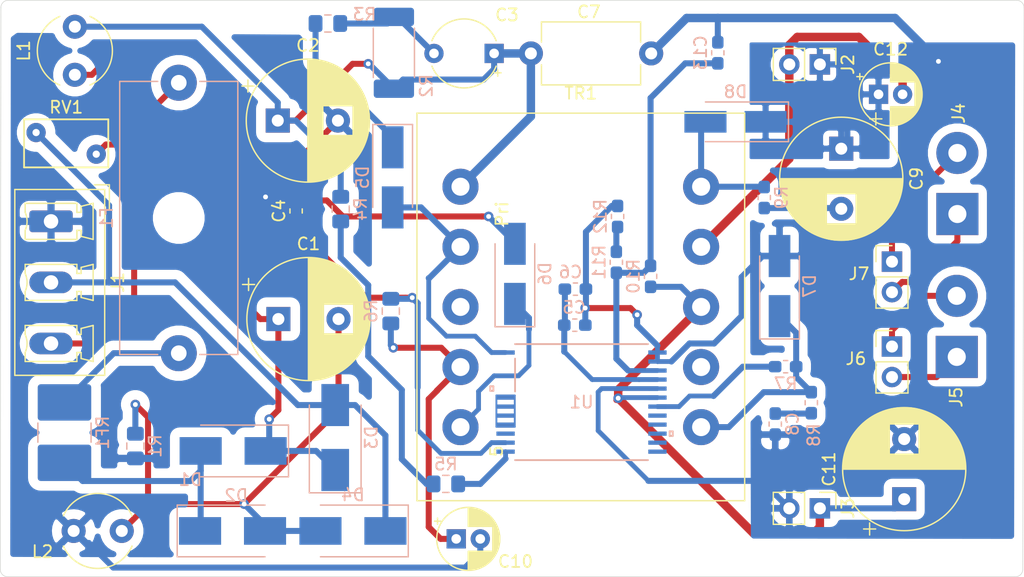
<source format=kicad_pcb>
(kicad_pcb (version 20171130) (host pcbnew 5.1.5-52549c5~84~ubuntu18.04.1)
  (layers (0 F.Cu signal) (31 B.Cu signal) (34 B.Paste user) (35 F.Paste user) (36 B.SilkS user) (37 F.SilkS user) (38 B.Mask user) (39 F.Mask user) (44 Edge.Cuts user))
  (net 0 "")
  (net 1 /GND1)
  (net 2 "Net-(D5-Pad2)")
  (net 3 "Net-(C1-Pad2)")
  (net 4 "Net-(C1-Pad1)")
  (net 5 Earth)
  (net 6 "Net-(C2-Pad1)")
  (net 7 GND)
  (net 8 "Net-(C8-Pad2)")
  (net 9 /36V)
  (net 10 /4V)
  (net 11 "Net-(D1-Pad2)")
  (net 12 "Net-(C3-Pad2)")
  (net 13 "Net-(D5-Pad1)")
  (net 14 "Net-(R4-Pad1)")
  (net 15 "Net-(R5-Pad1)")
  (net 16 "Net-(C4-Pad1)")
  (net 17 "Net-(D7-Pad1)")
  (net 18 "Net-(R7-Pad1)")
  (net 19 "Net-(D8-Pad2)")
  (net 20 "Net-(D6-Pad1)")
  (net 21 "Net-(D3-Pad2)")
  (net 22 "Net-(F1-Pad2)")
  (net 23 "Net-(F1-Pad1)")
  (net 24 "Net-(J4-Pad2)")
  (net 25 "Net-(J4-Pad1)")
  (net 26 "Net-(J5-Pad2)")
  (net 27 "Net-(J5-Pad1)")
  (net 28 "Net-(C9-Pad2)")
  (net 29 "Net-(C10-Pad1)")
  (net 30 "Net-(C13-Pad2)")
  (net 31 "Net-(R11-Pad1)")
  (net 32 "Net-(C5-Pad1)")
  (net 33 /sink)
  (module footprints:INN3162C-H1XX (layer B.Cu) (at 159.9692 104.5972 180)
    (fp_text reference U1 (at 0 0) (layer B.SilkS) (effects (justify mirror)))
    (fp_text value "InnoSwitch3-CE, INN3162C, inSOP-24D" hide)
    (fp_line (start 5.5499 -2.052955) (end 5.5499 0.552831) (layer B.Cu) (width 0.1524))
    (fp_line (start 7.0739 -2.052955) (end 5.5499 -2.052955) (layer B.Cu) (width 0.1524))
    (fp_line (start 7.0739 0.552831) (end 7.0739 -2.052955) (layer B.Cu) (width 0.1524))
    (fp_line (start 5.5499 0.552831) (end 7.0739 0.552831) (layer B.Cu) (width 0.1524))
    (pad 24 smd rect (at 6.3119 4.125001 180) (size 1.524 0.3556) (layers B.Cu B.Paste B.Mask) (net 2 "Net-(D5-Pad2)"))
    (pad 19 smd rect (at 6.3119 0.375001 180) (size 1.524 0.3556) (layers B.Cu B.Paste B.Mask))
    (pad 18 smd rect (at 6.3119 -0.375001 180) (size 1.524 0.3556) (layers B.Cu B.Paste B.Mask))
    (pad 17 smd rect (at 6.3119 -1.125002 180) (size 1.524 0.3556) (layers B.Cu B.Paste B.Mask))
    (pad 16 smd rect (at 6.3119 -1.875 180) (size 1.524 0.3556) (layers B.Cu B.Paste B.Mask))
    (pad 15 smd rect (at 6.3119 -2.625001 180) (size 1.524 0.3556) (layers B.Cu B.Paste B.Mask))
    (pad 14 smd rect (at 6.3119 -3.375 180) (size 1.524 0.3556) (layers B.Cu B.Paste B.Mask) (net 16 "Net-(C4-Pad1)"))
    (pad 13 smd rect (at 6.3119 -4.125001 180) (size 1.524 0.3556) (layers B.Cu B.Paste B.Mask) (net 15 "Net-(R5-Pad1)"))
    (pad 12 smd rect (at -6.3119 -4.125001 180) (size 1.524 0.3556) (layers B.Cu B.Paste B.Mask))
    (pad 11 smd rect (at -6.3119 -3.375 180) (size 1.524 0.3556) (layers B.Cu B.Paste B.Mask))
    (pad 10 smd rect (at -6.3119 -2.624999 180) (size 1.524 0.3556) (layers B.Cu B.Paste B.Mask))
    (pad 9 smd rect (at -6.3119 -1.875 180) (size 1.524 0.3556) (layers B.Cu B.Paste B.Mask))
    (pad 8 smd rect (at -6.3119 -1.124999 180) (size 1.524 0.3556) (layers B.Cu B.Paste B.Mask))
    (pad 7 smd rect (at -6.3119 -0.375001 180) (size 1.524 0.3556) (layers B.Cu B.Paste B.Mask) (net 18 "Net-(R7-Pad1)"))
    (pad 6 smd rect (at -6.3119 0.375001 180) (size 1.524 0.3556) (layers B.Cu B.Paste B.Mask) (net 10 /4V))
    (pad 5 smd rect (at -6.3119 1.125002 180) (size 1.524 0.3556) (layers B.Cu B.Paste B.Mask) (net 7 GND))
    (pad 4 smd rect (at -6.3119 1.875 180) (size 1.524 0.3556) (layers B.Cu B.Paste B.Mask) (net 32 "Net-(C5-Pad1)"))
    (pad 3 smd rect (at -6.3119 2.625001 180) (size 1.524 0.3556) (layers B.Cu B.Paste B.Mask) (net 30 "Net-(C13-Pad2)"))
    (pad 2 smd rect (at -6.3119 3.375 180) (size 1.524 0.3556) (layers B.Cu B.Paste B.Mask) (net 7 GND))
    (pad 1 smd rect (at -6.3119 4.125001 180) (size 1.524 0.3556) (layers B.Cu B.Paste B.Mask) (net 7 GND))
  )
  (module Diode_SMD:D_SMA_Handsoldering (layer B.Cu) (at 176.4284 94.9452 90)
    (fp_text reference D7 (at 0 2.5 90) (layer B.SilkS) (effects (justify mirror)))
    (fp_text value "40 V, 2 A, Schottky, DO-15" hide)
    (pad 2 smd rect (at 2.5 0 90) (size 3.5 1.8) (layers B.Cu B.Paste B.Mask) (net 7 GND))
    (pad 1 smd rect (at -2.5 0 90) (size 3.5 1.8) (layers B.Cu B.Paste B.Mask) (net 17 "Net-(D7-Pad1)"))
  )
  (module Connector_PinHeader_2.54mm:PinHeader_1x02_P2.54mm_Vertical (layer F.Cu) (at 185.7756 92.9132)
    (fp_text reference J7 (at -2.7432 1.016) (layer F.SilkS))
    (fp_text value Conn_01x02 hide)
    (pad 2 thru_hole oval (at 0 2.54) (size 1.7 1.7) (drill 1) (layers *.Cu *.Mask) (net 25 "Net-(J4-Pad1)"))
    (pad 1 thru_hole rect (at 0 0) (size 1.7 1.7) (drill 1) (layers *.Cu *.Mask) (net 24 "Net-(J4-Pad2)"))
  )
  (module Connector_PinHeader_2.54mm:PinHeader_1x02_P2.54mm_Vertical (layer F.Cu) (at 185.7756 99.9744)
    (fp_text reference J6 (at -2.9972 1.016) (layer F.SilkS))
    (fp_text value Conn_01x02 hide)
    (pad 2 thru_hole oval (at 0 2.54) (size 1.7 1.7) (drill 1) (layers *.Cu *.Mask) (net 27 "Net-(J5-Pad1)"))
    (pad 1 thru_hole rect (at 0 0) (size 1.7 1.7) (drill 1) (layers *.Cu *.Mask) (net 26 "Net-(J5-Pad2)"))
  )
  (module Resistor_SMD:R_2512_6332Metric_Pad1.52x3.35mm_HandSolder (layer B.Cu) (at 144.3736 75.5396 90)
    (fp_text reference R2 (at -2.7432 2.6924 90) (layer B.SilkS) (effects (justify mirror)))
    (fp_text value "240 kΩ, 5 %, 0.25 W, Carbon Film" hide)
    (pad 2 smd roundrect (at 2.9875 0 90) (size 1.525 3.35) (layers B.Cu B.Paste B.Mask) (roundrect_rratio 0.163934) (net 12 "Net-(C3-Pad2)"))
    (pad 1 smd roundrect (at -2.9875 0 90) (size 1.525 3.35) (layers B.Cu B.Paste B.Mask) (roundrect_rratio 0.163934) (net 6 "Net-(C2-Pad1)"))
  )
  (module Fuse:Fuseholder_Cylinder-5x20mm_Schurter_0031_8201_Horizontal_Open (layer B.Cu) (at 126.492 78.0288 270)
    (fp_text reference F1 (at 11.25 6 90) (layer B.SilkS) (effects (justify mirror)))
    (fp_text value Fuse_Small hide)
    (pad "" np_thru_hole circle (at 11.25 0 270) (size 2.7 2.7) (drill 2.7) (layers *.Cu *.Mask))
    (pad 2 thru_hole circle (at 22.5 0 270) (size 3 3) (drill 1.3) (layers *.Cu *.Mask) (net 22 "Net-(F1-Pad2)"))
    (pad 1 thru_hole circle (at 0 0 270) (size 3 3) (drill 1.3) (layers *.Cu *.Mask) (net 23 "Net-(F1-Pad1)"))
  )
  (module Varistor:RV_Disc_D7mm_W4mm_P5mm (layer F.Cu) (at 119.634 83.9724 180)
    (fp_text reference RV1 (at 2.5 3.9) (layer F.SilkS))
    (fp_text value Varistor hide)
    (pad 2 thru_hole circle (at 5 1.8 180) (size 1.6 1.6) (drill 0.6) (layers *.Cu *.Mask) (net 21 "Net-(D3-Pad2)"))
    (pad 1 thru_hole circle (at 0 0 180) (size 1.6 1.6) (drill 0.6) (layers *.Cu *.Mask) (net 23 "Net-(F1-Pad1)"))
  )
  (module Diode_SMD:D_SMA_Handsoldering (layer B.Cu) (at 172.7708 81.28 180)
    (fp_text reference D8 (at 0 2.5) (layer B.SilkS) (effects (justify mirror)))
    (fp_text value "400 V, 1 A, Ultrafast Recovery, 30 ns, SOD57" hide)
    (pad 2 smd rect (at 2.5 0 180) (size 3.5 1.8) (layers B.Cu B.Paste B.Mask) (net 19 "Net-(D8-Pad2)"))
    (pad 1 smd rect (at -2.5 0 180) (size 3.5 1.8) (layers B.Cu B.Paste B.Mask) (net 9 /36V))
  )
  (module Diode_SMD:D_SMA_Handsoldering (layer B.Cu) (at 154.432 93.9292 90)
    (fp_text reference D6 (at 0 2.5 90) (layer B.SilkS) (effects (justify mirror)))
    (fp_text value "150 V, 0.2 A, Standard Recovery, DO-35" hide)
    (pad 2 smd rect (at 2.5 0 90) (size 3.5 1.8) (layers B.Cu B.Paste B.Mask) (net 5 Earth))
    (pad 1 smd rect (at -2.5 0 90) (size 3.5 1.8) (layers B.Cu B.Paste B.Mask) (net 20 "Net-(D6-Pad1)"))
  )
  (module Diode_SMD:D_SMA_Handsoldering (layer B.Cu) (at 144.272 85.9028 270)
    (fp_text reference D5 (at 0 2.5 90) (layer B.SilkS) (effects (justify mirror)))
    (fp_text value D)
    (pad 2 smd rect (at 2.5 0 270) (size 3.5 1.8) (layers B.Cu B.Paste B.Mask) (net 2 "Net-(D5-Pad2)"))
    (pad 1 smd rect (at -2.5 0 270) (size 3.5 1.8) (layers B.Cu B.Paste B.Mask) (net 13 "Net-(D5-Pad1)"))
  )
  (module Diode_SMD:D_SMB_Handsoldering (layer B.Cu) (at 140.97 115.316 180)
    (fp_text reference D4 (at 0 3) (layer B.SilkS) (effects (justify mirror)))
    (fp_text value D_Small hide)
    (pad 2 smd rect (at 2.7 0 180) (size 3.5 2.3) (layers B.Cu B.Paste B.Mask) (net 3 "Net-(C1-Pad2)"))
    (pad 1 smd rect (at -2.7 0 180) (size 3.5 2.3) (layers B.Cu B.Paste B.Mask) (net 21 "Net-(D3-Pad2)"))
  )
  (module Diode_SMD:D_SMB_Handsoldering (layer B.Cu) (at 139.4968 107.5436 90)
    (fp_text reference D3 (at 0 3 270) (layer B.SilkS) (effects (justify mirror)))
    (fp_text value D_Small hide)
    (pad 2 smd rect (at 2.7 0 90) (size 3.5 2.3) (layers B.Cu B.Paste B.Mask) (net 21 "Net-(D3-Pad2)"))
    (pad 1 smd rect (at -2.7 0 90) (size 3.5 2.3) (layers B.Cu B.Paste B.Mask) (net 4 "Net-(C1-Pad1)"))
  )
  (module Diode_SMD:D_SMB_Handsoldering (layer B.Cu) (at 130.9624 115.316)
    (fp_text reference D2 (at 0.3048 -2.9464) (layer B.SilkS) (effects (justify mirror)))
    (fp_text value D_Small hide)
    (pad 2 smd rect (at 2.7 0) (size 3.5 2.3) (layers B.Cu B.Paste B.Mask) (net 3 "Net-(C1-Pad2)"))
    (pad 1 smd rect (at -2.7 0) (size 3.5 2.3) (layers B.Cu B.Paste B.Mask) (net 11 "Net-(D1-Pad2)"))
  )
  (module Diode_SMD:D_SMB_Handsoldering (layer B.Cu) (at 131.0132 108.6612 180)
    (fp_text reference D1 (at 3.556 -2.3876) (layer B.SilkS) (effects (justify mirror)))
    (fp_text value D_Small hide)
    (pad 2 smd rect (at 2.7 0 180) (size 3.5 2.3) (layers B.Cu B.Paste B.Mask) (net 11 "Net-(D1-Pad2)"))
    (pad 1 smd rect (at -2.7 0 180) (size 3.5 2.3) (layers B.Cu B.Paste B.Mask) (net 4 "Net-(C1-Pad1)"))
  )
  (module Capacitor_SMD:C_0603_1608Metric_Pad1.05x0.95mm_HandSolder (layer B.Cu) (at 171.2976 75.5396 270)
    (fp_text reference C13 (at 0 1.43 270) (layer B.SilkS) (effects (justify mirror)))
    (fp_text value "330pF 50V Ceramic" hide)
    (pad 2 smd roundrect (at 0.875 0 270) (size 1.05 0.95) (layers B.Cu B.Paste B.Mask) (net 30 "Net-(C13-Pad2)"))
    (pad 1 smd roundrect (at -0.875 0 270) (size 1.05 0.95) (layers B.Cu B.Paste B.Mask) (net 7 GND))
  )
  (module Capacitor_SMD:C_0603_1608Metric_Pad1.05x0.95mm_HandSolder (layer B.Cu) (at 176.0728 106.426 90)
    (fp_text reference C8 (at 0 1.43 270) (layer B.SilkS) (effects (justify mirror)))
    (fp_text value "470pF 100V" hide)
    (pad 2 smd roundrect (at 0.875 0 90) (size 1.05 0.95) (layers B.Cu B.Paste B.Mask) (net 8 "Net-(C8-Pad2)"))
    (pad 1 smd roundrect (at -0.875 0 90) (size 1.05 0.95) (layers B.Cu B.Paste B.Mask) (net 7 GND))
  )
  (module Capacitor_THT:CP_Radial_D5.0mm_P2.00mm (layer F.Cu) (at 149.5552 115.9764)
    (fp_text reference C10 (at 4.9276 1.8796) (layer F.SilkS))
    (fp_text value "22u 35V Electrolytic" hide)
    (pad 2 thru_hole circle (at 2 0) (size 1.6 1.6) (drill 0.8) (layers *.Cu *.Mask) (net 5 Earth))
    (pad 1 thru_hole rect (at 0 0) (size 1.6 1.6) (drill 0.8) (layers *.Cu *.Mask) (net 29 "Net-(C10-Pad1)"))
  )
  (module Capacitor_SMD:C_0603_1608Metric_Pad1.05x0.95mm_HandSolder (layer B.Cu) (at 159.4612 95.1992 180)
    (fp_text reference C6 (at 0.4064 1.4224) (layer B.SilkS) (effects (justify mirror)))
    (fp_text value "2.2u 50V" hide)
    (pad 2 smd roundrect (at 0.875 0 180) (size 1.05 0.95) (layers B.Cu B.Paste B.Mask) (net 32 "Net-(C5-Pad1)"))
    (pad 1 smd roundrect (at -0.875 0 180) (size 1.05 0.95) (layers B.Cu B.Paste B.Mask) (net 7 GND))
  )
  (module Resistor_SMD:R_0603_1608Metric_Pad1.05x0.95mm_HandSolder (layer B.Cu) (at 162.9664 89.154 270)
    (fp_text reference R12 (at 0 1.43 90) (layer B.SilkS) (effects (justify mirror)))
    (fp_text value "29.4 kΩ, 1 %, 0.125 W, Metal Film" hide)
    (pad 2 smd roundrect (at 0.875 0 270) (size 1.05 0.95) (layers B.Cu B.Paste B.Mask) (net 31 "Net-(R11-Pad1)"))
    (pad 1 smd roundrect (at -0.875 0 270) (size 1.05 0.95) (layers B.Cu B.Paste B.Mask) (net 7 GND))
  )
  (module Capacitor_THT:CP_Radial_D10.0mm_P5.00mm (layer F.Cu) (at 134.7216 81.1784)
    (fp_text reference C2 (at 2.5 -6.25) (layer F.SilkS))
    (fp_text value "10u 400V" hide)
    (pad 2 thru_hole circle (at 5 0) (size 2 2) (drill 1) (layers *.Cu *.Mask) (net 5 Earth))
    (pad 1 thru_hole rect (at 0 0) (size 2 2) (drill 1) (layers *.Cu *.Mask) (net 6 "Net-(C2-Pad1)"))
  )
  (module Capacitor_THT:CP_Radial_D10.0mm_P5.00mm (layer F.Cu) (at 134.7724 97.6884)
    (fp_text reference C1 (at 2.5 -6.25) (layer F.SilkS))
    (fp_text value "6.8u 400V" hide)
    (pad 2 thru_hole circle (at 5 0) (size 2 2) (drill 1) (layers *.Cu *.Mask) (net 3 "Net-(C1-Pad2)"))
    (pad 1 thru_hole rect (at 0 0) (size 2 2) (drill 1) (layers *.Cu *.Mask) (net 4 "Net-(C1-Pad1)"))
  )
  (module Capacitor_THT:C_Disc_D8.0mm_W5.0mm_P10.00mm (layer F.Cu) (at 165.7604 75.5904 180)
    (fp_text reference C7 (at 5.1816 3.4544) (layer F.SilkS))
    (fp_text value "0.1n 250VAC" hide)
    (pad 2 thru_hole circle (at 10 0 180) (size 2 2) (drill 1) (layers *.Cu *.Mask) (net 6 "Net-(C2-Pad1)"))
    (pad 1 thru_hole circle (at 0 0 180) (size 2 2) (drill 1) (layers *.Cu *.Mask) (net 7 GND))
  )
  (module Resistor_SMD:R_0805_2012Metric_Pad1.15x1.40mm_HandSolder (layer B.Cu) (at 122.8852 108.2548 90)
    (fp_text reference R1 (at 0 1.65 90) (layer B.SilkS) (effects (justify mirror)))
    (fp_text value "4.7 kΩ, 5 %, 0.25 W, Carbon Film" hide)
    (pad 2 smd roundrect (at 1.025 0 90) (size 1.15 1.4) (layers B.Cu B.Paste B.Mask) (roundrect_rratio 0.217391) (net 3 "Net-(C1-Pad2)"))
    (pad 1 smd roundrect (at -1.025 0 90) (size 1.15 1.4) (layers B.Cu B.Paste B.Mask) (roundrect_rratio 0.217391) (net 5 Earth))
  )
  (module Resistor_SMD:R_2816_7142Metric (layer B.Cu) (at 116.9924 107.1372 90)
    (fp_text reference RF1 (at 0 3.18 90) (layer B.SilkS) (effects (justify mirror)))
    (fp_text value "10 Ω, 2 W, Flameproof Wire-Wound Resistor" hide)
    (pad 2 smd roundrect (at 2.5125 0 90) (size 3.025 4.45) (layers B.Cu B.Paste B.Mask) (roundrect_rratio 0.082645) (net 22 "Net-(F1-Pad2)"))
    (pad 1 smd roundrect (at -2.5125 0 90) (size 3.025 4.45) (layers B.Cu B.Paste B.Mask) (roundrect_rratio 0.082645) (net 11 "Net-(D1-Pad2)"))
  )
  (module Resistor_SMD:R_0805_2012Metric_Pad1.15x1.40mm_HandSolder (layer B.Cu) (at 148.6916 111.4044 180)
    (fp_text reference R5 (at 0 1.65) (layer B.SilkS) (effects (justify mirror)))
    (fp_text value "1.78 MΩ, 1 %, 0.25 W, Metal Film" hide)
    (pad 2 smd roundrect (at 1.025 0 180) (size 1.15 1.4) (layers B.Cu B.Paste B.Mask) (roundrect_rratio 0.217391) (net 14 "Net-(R4-Pad1)"))
    (pad 1 smd roundrect (at -1.025 0 180) (size 1.15 1.4) (layers B.Cu B.Paste B.Mask) (roundrect_rratio 0.217391) (net 15 "Net-(R5-Pad1)"))
  )
  (module Resistor_SMD:R_0805_2012Metric_Pad1.15x1.40mm_HandSolder (layer B.Cu) (at 144.1196 97.028 270)
    (fp_text reference R6 (at 0 1.65 90) (layer B.SilkS) (effects (justify mirror)))
    (fp_text value "14 kΩ, 1 %, 0.125 W, Metal Film" hide)
    (pad 2 smd roundrect (at 1.025 0 270) (size 1.15 1.4) (layers B.Cu B.Paste B.Mask) (roundrect_rratio 0.217391) (net 29 "Net-(C10-Pad1)"))
    (pad 1 smd roundrect (at -1.025 0 270) (size 1.15 1.4) (layers B.Cu B.Paste B.Mask) (roundrect_rratio 0.217391) (net 16 "Net-(C4-Pad1)"))
  )
  (module Resistor_SMD:R_0805_2012Metric_Pad1.15x1.40mm_HandSolder (layer B.Cu) (at 139.954 88.5444 90)
    (fp_text reference R4 (at 0 1.65 90) (layer B.SilkS) (effects (justify mirror)))
    (fp_text value "1.78 MΩ, 1 %, 0.25 W, Metal Film" hide)
    (pad 2 smd roundrect (at 1.025 0 90) (size 1.15 1.4) (layers B.Cu B.Paste B.Mask) (roundrect_rratio 0.217391) (net 6 "Net-(C2-Pad1)"))
    (pad 1 smd roundrect (at -1.025 0 90) (size 1.15 1.4) (layers B.Cu B.Paste B.Mask) (roundrect_rratio 0.217391) (net 14 "Net-(R4-Pad1)"))
  )
  (module Resistor_SMD:R_0805_2012Metric_Pad1.15x1.40mm_HandSolder (layer B.Cu) (at 138.8872 73.1012 180)
    (fp_text reference R3 (at -3.048 0.762) (layer B.SilkS) (effects (justify mirror)))
    (fp_text value "43 Ω, 5 %, 0.125 W, Carbon Film" hide)
    (pad 2 smd roundrect (at 1.025 0 180) (size 1.15 1.4) (layers B.Cu B.Paste B.Mask) (roundrect_rratio 0.217391) (net 13 "Net-(D5-Pad1)"))
    (pad 1 smd roundrect (at -1.025 0 180) (size 1.15 1.4) (layers B.Cu B.Paste B.Mask) (roundrect_rratio 0.217391) (net 12 "Net-(C3-Pad2)"))
  )
  (module Connector_Phoenix_MC_HighVoltage:PhoenixContact_MCV_1,5_3-G-5.08_1x03_P5.08mm_Vertical (layer F.Cu) (at 115.8748 89.5604 270)
    (fp_text reference J1 (at 5.08 -5.55 90) (layer F.SilkS))
    (fp_text value Conn_01x03 hide)
    (pad 3 thru_hole oval (at 10.16 0 270) (size 1.8 3.6) (drill 1.2) (layers *.Cu *.Mask) (net 23 "Net-(F1-Pad1)"))
    (pad 2 thru_hole oval (at 5.08 0 270) (size 1.8 3.6) (drill 1.2) (layers *.Cu *.Mask) (net 21 "Net-(D3-Pad2)"))
    (pad 1 thru_hole roundrect (at 0 0 270) (size 1.8 3.6) (drill 1.2) (layers *.Cu *.Mask) (roundrect_rratio 0.138889) (net 5 Earth))
  )
  (module Connector_Wire:SolderWirePad_1x02_P5.08mm_Drill1.5mm (layer F.Cu) (at 191.1604 100.838 90)
    (fp_text reference J5 (at -3.3528 -0.0508 90) (layer F.SilkS))
    (fp_text value Conn_01x02 hide)
    (pad 2 thru_hole circle (at 5.08 0 90) (size 3.50012 3.50012) (drill 1.50114) (layers *.Cu *.Mask) (net 26 "Net-(J5-Pad2)"))
    (pad 1 thru_hole rect (at 0 0 90) (size 3.50012 3.50012) (drill 1.50114) (layers *.Cu *.Mask) (net 27 "Net-(J5-Pad1)"))
  )
  (module Connector_Wire:SolderWirePad_1x02_P5.08mm_Drill1.5mm (layer F.Cu) (at 191.2112 88.9508 90)
    (fp_text reference J4 (at 8.382 0.1016 90) (layer F.SilkS))
    (fp_text value Conn_01x02 hide)
    (pad 2 thru_hole circle (at 5.08 0 90) (size 3.50012 3.50012) (drill 1.50114) (layers *.Cu *.Mask) (net 24 "Net-(J4-Pad2)"))
    (pad 1 thru_hole rect (at 0 0 90) (size 3.50012 3.50012) (drill 1.50114) (layers *.Cu *.Mask) (net 25 "Net-(J4-Pad1)"))
  )
  (module Capacitor_THT:CP_Radial_D5.0mm_P2.00mm (layer F.Cu) (at 184.658 78.994)
    (fp_text reference C12 (at 1 -3.75) (layer F.SilkS))
    (fp_text value "22u 50V Electrolytic" hide)
    (pad 2 thru_hole circle (at 2 0) (size 1.6 1.6) (drill 0.8) (layers *.Cu *.Mask) (net 1 /GND1))
    (pad 1 thru_hole rect (at 0 0) (size 1.6 1.6) (drill 0.8) (layers *.Cu *.Mask) (net 9 /36V))
  )
  (module Capacitor_THT:CP_Radial_Tantal_D5.5mm_P5.00mm (layer F.Cu) (at 152.7048 75.5904 180)
    (fp_text reference C3 (at -1.0668 3.2004) (layer F.SilkS))
    (fp_text value "0.47n 630V" hide)
    (pad 2 thru_hole circle (at 5 0 180) (size 1.6 1.6) (drill 0.8) (layers *.Cu *.Mask) (net 12 "Net-(C3-Pad2)"))
    (pad 1 thru_hole rect (at 0 0 180) (size 1.6 1.6) (drill 0.8) (layers *.Cu *.Mask) (net 6 "Net-(C2-Pad1)"))
  )
  (module Inductor_THT:L_Radial_D6.0mm_P4.00mm (layer F.Cu) (at 117.7544 115.316)
    (fp_text reference L2 (at -2.5908 1.7272) (layer F.SilkS))
    (fp_text value L hide)
    (pad 2 thru_hole circle (at 4 0) (size 2 2) (drill 1) (layers *.Cu *.Mask) (net 3 "Net-(C1-Pad2)"))
    (pad 1 thru_hole circle (at 0 0) (size 2 2) (drill 1) (layers *.Cu *.Mask) (net 5 Earth))
  )
  (module Inductor_THT:L_Radial_D6.0mm_P4.00mm (layer F.Cu) (at 117.856 77.3684 90)
    (fp_text reference L1 (at 2 -4.25 90) (layer F.SilkS))
    (fp_text value L)
    (pad 2 thru_hole circle (at 4 0 90) (size 2 2) (drill 1) (layers *.Cu *.Mask) (net 6 "Net-(C2-Pad1)"))
    (pad 1 thru_hole circle (at 0 0 90) (size 2 2) (drill 1) (layers *.Cu *.Mask) (net 4 "Net-(C1-Pad1)"))
  )
  (module Capacitor_SMD:C_0603_1608Metric_Pad1.05x0.95mm_HandSolder (layer B.Cu) (at 159.4104 98.1964)
    (fp_text reference C5 (at -0.0508 -1.4732) (layer B.SilkS) (effects (justify mirror)))
    (fp_text value "2.2u 50V" hide)
    (pad 2 smd roundrect (at 0.875 0) (size 1.05 0.95) (layers B.Cu B.Paste B.Mask) (net 7 GND))
    (pad 1 smd roundrect (at -0.875 0) (size 1.05 0.95) (layers B.Cu B.Paste B.Mask) (net 32 "Net-(C5-Pad1)"))
  )
  (module Capacitor_SMD:C_0603_1608Metric_Pad1.05x0.95mm_HandSolder (layer F.Cu) (at 136.2456 88.6968 90)
    (fp_text reference C4 (at 0 -1.43 90) (layer F.SilkS))
    (fp_text value "0.47u 16V" hide)
    (pad 2 smd roundrect (at 0.875 0 90) (size 1.05 0.95) (layers F.Cu F.Paste F.Mask) (net 5 Earth))
    (pad 1 smd roundrect (at -0.875 0 90) (size 1.05 0.95) (layers F.Cu F.Paste F.Mask) (net 16 "Net-(C4-Pad1)"))
  )
  (module pwrcon:xformer_2xPri_2xSec (layer F.Cu) (at 149.9108 106.68)
    (fp_text reference TR1 (at 10 -27.78) (layer F.SilkS))
    (fp_text value TRANSF6 hide)
    (fp_text user Pri (at 3.4544 -17.7292 90) (layer F.SilkS))
    (fp_text user 5 (at 3 2 90) (layer F.SilkS))
    (pad 5 thru_hole circle (at 0 0) (size 3 3) (drill 1.5) (layers *.Cu *.Mask) (net 20 "Net-(D6-Pad1)"))
    (pad 4 thru_hole circle (at 0 -5) (size 3 3) (drill 1.5) (layers *.Cu *.Mask) (net 29 "Net-(C10-Pad1)"))
    (pad 3 thru_hole circle (at 0 -10) (size 3 3) (drill 1.5) (layers *.Cu *.Mask))
    (pad 2 thru_hole circle (at 0 -15) (size 3 3) (drill 1.5) (layers *.Cu *.Mask) (net 2 "Net-(D5-Pad2)"))
    (pad 1 thru_hole circle (at 0 -20) (size 3 3) (drill 1.5) (layers *.Cu *.Mask) (net 6 "Net-(C2-Pad1)"))
    (pad 10 thru_hole circle (at 20 -20) (size 3 3) (drill 1.5) (layers *.Cu *.Mask) (net 19 "Net-(D8-Pad2)"))
    (pad 9 thru_hole circle (at 20 -15) (size 3 3) (drill 1.5) (layers *.Cu *.Mask) (net 1 /GND1))
    (pad 8 thru_hole circle (at 20 -10) (size 3 3) (drill 1.5) (layers *.Cu *.Mask) (net 10 /4V))
    (pad 7 thru_hole circle (at 20 -5) (size 3 3) (drill 1.5) (layers *.Cu *.Mask))
    (pad 6 thru_hole circle (at 20 0) (size 3 3) (drill 1.5) (layers *.Cu *.Mask) (net 17 "Net-(D7-Pad1)"))
  )
  (module Resistor_SMD:R_0603_1608Metric_Pad1.05x0.95mm_HandSolder (layer B.Cu) (at 162.8648 92.964 270)
    (fp_text reference R11 (at 0 1.43 270) (layer B.SilkS) (effects (justify mirror)))
    (fp_text value "29.4 kΩ, 1 %, 0.125 W, Metal Film" hide)
    (pad 2 smd roundrect (at 0.875 0 270) (size 1.05 0.95) (layers B.Cu B.Paste B.Mask) (net 30 "Net-(C13-Pad2)"))
    (pad 1 smd roundrect (at -0.875 0 270) (size 1.05 0.95) (layers B.Cu B.Paste B.Mask) (net 31 "Net-(R11-Pad1)"))
  )
  (module Resistor_SMD:R_0603_1608Metric_Pad1.05x0.95mm_HandSolder (layer B.Cu) (at 165.7096 94.1324 270)
    (fp_text reference R10 (at 0 1.43 270) (layer B.SilkS) (effects (justify mirror)))
    (fp_text value "80.6 kΩ, 1 %, 0.125 W, Metal Film" hide)
    (pad 2 smd roundrect (at 0.875 0 270) (size 1.05 0.95) (layers B.Cu B.Paste B.Mask) (net 10 /4V))
    (pad 1 smd roundrect (at -0.875 0 270) (size 1.05 0.95) (layers B.Cu B.Paste B.Mask) (net 30 "Net-(C13-Pad2)"))
  )
  (module Resistor_SMD:R_0603_1608Metric_Pad1.05x0.95mm_HandSolder (layer B.Cu) (at 175.1584 87.5792 90)
    (fp_text reference R9 (at 0 1.43 270) (layer B.SilkS) (effects (justify mirror)))
    (fp_text value "560 Ω, 5 %, 0.25 W, Carbon Film" hide)
    (pad 2 smd roundrect (at 0.875 0 90) (size 1.05 0.95) (layers B.Cu B.Paste B.Mask) (net 19 "Net-(D8-Pad2)"))
    (pad 1 smd roundrect (at -0.875 0 90) (size 1.05 0.95) (layers B.Cu B.Paste B.Mask) (net 28 "Net-(C9-Pad2)"))
  )
  (module Resistor_SMD:R_0603_1608Metric_Pad1.05x0.95mm_HandSolder (layer B.Cu) (at 179.07 104.648 90)
    (fp_text reference R8 (at -2.6924 0.2032 90) (layer B.SilkS) (effects (justify mirror)))
    (fp_text value "22 Ω, 5 %, 0.25 W, Carbon Film" hide)
    (pad 2 smd roundrect (at 0.875 0 90) (size 1.05 0.95) (layers B.Cu B.Paste B.Mask) (net 17 "Net-(D7-Pad1)"))
    (pad 1 smd roundrect (at -0.875 0 90) (size 1.05 0.95) (layers B.Cu B.Paste B.Mask) (net 8 "Net-(C8-Pad2)"))
  )
  (module Resistor_SMD:R_0603_1608Metric_Pad1.05x0.95mm_HandSolder (layer B.Cu) (at 176.9364 101.6508)
    (fp_text reference R7 (at 0 1.43) (layer B.SilkS) (effects (justify mirror)))
    (fp_text value "47 Ω, 5 %, 0.125 W, Carbon Film" hide)
    (pad 2 smd roundrect (at 0.875 0) (size 1.05 0.95) (layers B.Cu B.Paste B.Mask) (net 17 "Net-(D7-Pad1)"))
    (pad 1 smd roundrect (at -0.875 0) (size 1.05 0.95) (layers B.Cu B.Paste B.Mask) (net 18 "Net-(R7-Pad1)"))
  )
  (module Capacitor_THT:CP_Radial_D10.0mm_P5.00mm (layer F.Cu) (at 186.7916 112.6744 90)
    (fp_text reference C11 (at 2.5 -6.25 90) (layer F.SilkS))
    (fp_text value "150u 20V" hide)
    (pad 2 thru_hole circle (at 5 0 90) (size 2 2) (drill 1) (layers *.Cu *.Mask) (net 7 GND))
    (pad 1 thru_hole rect (at 0 0 90) (size 2 2) (drill 1) (layers *.Cu *.Mask) (net 10 /4V))
  )
  (module Capacitor_THT:CP_Radial_D10.0mm_P5.00mm (layer F.Cu) (at 181.5592 83.5152 270)
    (fp_text reference C9 (at 2.5 -6.25 90) (layer F.SilkS))
    (fp_text value "18pF 1KV Ceramic" hide)
    (pad 2 thru_hole circle (at 5 0 270) (size 2 2) (drill 1) (layers *.Cu *.Mask) (net 28 "Net-(C9-Pad2)"))
    (pad 1 thru_hole rect (at 0 0 270) (size 2 2) (drill 1) (layers *.Cu *.Mask) (net 9 /36V))
  )
  (module Connector_PinHeader_2.54mm:PinHeader_1x02_P2.54mm_Vertical (layer F.Cu) (at 179.7812 113.4364 270)
    (fp_text reference J3 (at 0 -2.33 90) (layer F.SilkS))
    (fp_text value Conn_01x02 hide)
    (pad 2 thru_hole oval (at 0 2.54 270) (size 1.7 1.7) (drill 1) (layers *.Cu *.Mask) (net 7 GND))
    (pad 1 thru_hole rect (at 0 0 270) (size 1.7 1.7) (drill 1) (layers *.Cu *.Mask) (net 10 /4V))
  )
  (module Connector_PinHeader_2.54mm:PinHeader_1x02_P2.54mm_Vertical (layer F.Cu) (at 179.7812 76.5048 270)
    (fp_text reference J2 (at 0 -2.33 90) (layer F.SilkS))
    (fp_text value Conn_01x02 hide)
    (pad 2 thru_hole oval (at 0 2.54 270) (size 1.7 1.7) (drill 1) (layers *.Cu *.Mask) (net 1 /GND1))
    (pad 1 thru_hole rect (at 0 0 270) (size 1.7 1.7) (drill 1) (layers *.Cu *.Mask) (net 9 /36V))
  )
  (gr_arc (start 112.268 118.5164) (end 111.6584 118.5164) (angle -90) (layer Edge.Cuts) (width 0.05))
  (gr_arc (start 196.0372 118.5164) (end 196.0372 119.126) (angle -90) (layer Edge.Cuts) (width 0.05))
  (gr_arc (start 196.1388 71.7804) (end 196.7484 71.7804) (angle -90) (layer Edge.Cuts) (width 0.05))
  (gr_arc (start 112.3188 71.7804) (end 112.268 71.1708) (angle -85.23635831) (layer Edge.Cuts) (width 0.05))
  (gr_line (start 111.6584 118.5164) (end 111.7092 71.7804) (layer Edge.Cuts) (width 0.05))
  (gr_line (start 196.0372 119.126) (end 112.268 119.126) (layer Edge.Cuts) (width 0.05))
  (gr_line (start 196.7484 71.7804) (end 196.6468 118.5164) (layer Edge.Cuts) (width 0.05))
  (gr_line (start 112.268 71.1708) (end 196.1388 71.1708) (layer Edge.Cuts) (width 0.05))
  (segment (start 177.2412 84.3496) (end 177.2412 76.5048) (width 0.7) (layer F.Cu) (net 1))
  (segment (start 169.9108 91.68) (end 177.2412 84.3496) (width 0.7) (layer F.Cu) (net 1))
  (segment (start 177.2412 76.5048) (end 177.2412 74.8792) (width 0.7) (layer F.Cu) (net 1))
  (segment (start 177.2412 74.8792) (end 177.9016 74.2188) (width 0.7) (layer F.Cu) (net 1))
  (segment (start 186.658 77.86263) (end 186.658 78.994) (width 0.7) (layer F.Cu) (net 1))
  (segment (start 183.01417 74.2188) (end 186.658 77.86263) (width 0.7) (layer F.Cu) (net 1))
  (segment (start 177.9016 74.2188) (end 183.01417 74.2188) (width 0.7) (layer F.Cu) (net 1))
  (segment (start 152.4953 100.472199) (end 153.6573 100.472199) (width 0.4) (layer B.Cu) (net 2))
  (segment (start 151.133901 99.1108) (end 152.4953 100.472199) (width 0.4) (layer B.Cu) (net 2))
  (segment (start 147.2692 94.2848) (end 147.2692 97.6376) (width 0.4) (layer B.Cu) (net 2))
  (segment (start 147.2692 97.6376) (end 148.7424 99.1108) (width 0.4) (layer B.Cu) (net 2))
  (segment (start 148.7424 99.1108) (end 151.133901 99.1108) (width 0.4) (layer B.Cu) (net 2))
  (segment (start 147.306 94.2848) (end 149.9108 91.68) (width 0.5) (layer B.Cu) (net 2))
  (segment (start 147.2692 94.2848) (end 147.306 94.2848) (width 0.5) (layer B.Cu) (net 2))
  (segment (start 146.6336 88.4028) (end 149.9108 91.68) (width 0.5) (layer B.Cu) (net 2))
  (segment (start 144.272 88.4028) (end 146.6336 88.4028) (width 0.5) (layer B.Cu) (net 2))
  (segment (start 138.2192 115.4684) (end 138.27 115.5192) (width 0.5) (layer B.Cu) (net 3))
  (segment (start 123.9388 113.1316) (end 121.7544 115.316) (width 0.5) (layer F.Cu) (net 3))
  (segment (start 133.6624 115.316) (end 138.27 115.316) (width 0.5) (layer B.Cu) (net 3))
  (via (at 122.8852 104.8004) (size 0.8) (drill 0.4) (layers F.Cu B.Cu) (net 3))
  (segment (start 123.9388 113.1316) (end 123.9388 105.854) (width 0.5) (layer F.Cu) (net 3))
  (segment (start 123.9388 105.854) (end 122.8852 104.8004) (width 0.5) (layer F.Cu) (net 3))
  (segment (start 122.8852 104.8004) (end 122.8852 107.2298) (width 0.5) (layer B.Cu) (net 3))
  (via (at 131.9276 113.0808) (size 0.8) (drill 0.4) (layers F.Cu B.Cu) (net 3))
  (segment (start 133.6624 115.316) (end 133.6624 114.8156) (width 0.5) (layer B.Cu) (net 3))
  (segment (start 133.6624 114.8156) (end 131.9276 113.0808) (width 0.5) (layer B.Cu) (net 3))
  (segment (start 123.9896 113.0808) (end 123.9388 113.1316) (width 0.5) (layer F.Cu) (net 3))
  (segment (start 131.9276 113.0808) (end 123.9896 113.0808) (width 0.5) (layer F.Cu) (net 3))
  (segment (start 139.7724 105.236) (end 139.7724 97.6884) (width 0.5) (layer F.Cu) (net 3))
  (segment (start 131.9276 113.0808) (end 139.7724 105.236) (width 0.5) (layer F.Cu) (net 3))
  (segment (start 137.9144 108.6612) (end 139.4968 110.2436) (width 0.5) (layer B.Cu) (net 4))
  (segment (start 133.7132 108.6612) (end 137.9144 108.6612) (width 0.5) (layer B.Cu) (net 4))
  (via (at 134.0104 106.0196) (size 0.8) (drill 0.4) (layers F.Cu B.Cu) (net 4))
  (segment (start 134.7724 97.6884) (end 134.7724 105.2576) (width 0.5) (layer F.Cu) (net 4))
  (segment (start 134.7724 105.2576) (end 134.0104 106.0196) (width 0.5) (layer F.Cu) (net 4))
  (segment (start 134.0104 108.364) (end 133.7132 108.6612) (width 0.5) (layer B.Cu) (net 4))
  (segment (start 134.0104 106.0196) (end 134.0104 108.364) (width 0.5) (layer B.Cu) (net 4))
  (segment (start 129.9972 94.4132) (end 129.9972 77.2668) (width 0.5) (layer F.Cu) (net 4))
  (segment (start 134.7724 97.6884) (end 133.2724 97.6884) (width 0.5) (layer F.Cu) (net 4))
  (segment (start 133.2724 97.6884) (end 129.9972 94.4132) (width 0.5) (layer F.Cu) (net 4))
  (segment (start 119.270213 77.3684) (end 121.302213 75.3364) (width 0.5) (layer F.Cu) (net 4))
  (segment (start 117.856 77.3684) (end 119.270213 77.3684) (width 0.5) (layer F.Cu) (net 4))
  (segment (start 128.0668 75.3364) (end 129.9972 77.2668) (width 0.5) (layer F.Cu) (net 4))
  (segment (start 121.302213 75.3364) (end 128.0668 75.3364) (width 0.5) (layer F.Cu) (net 4))
  (via (at 152.2476 89.154) (size 0.8) (drill 0.4) (layers F.Cu B.Cu) (net 5))
  (segment (start 154.432 91.4292) (end 154.432 91.3384) (width 0.5) (layer B.Cu) (net 5))
  (segment (start 154.432 91.3384) (end 152.2476 89.154) (width 0.5) (layer B.Cu) (net 5))
  (segment (start 151.5552 117.10777) (end 151.5552 115.9764) (width 0.5) (layer B.Cu) (net 5))
  (segment (start 119.008399 116.315999) (end 121.0564 118.364) (width 0.5) (layer B.Cu) (net 5))
  (segment (start 118.754399 116.315999) (end 119.008399 116.315999) (width 0.5) (layer B.Cu) (net 5))
  (segment (start 150.29897 118.364) (end 151.5552 117.10777) (width 0.5) (layer B.Cu) (net 5))
  (segment (start 121.0564 118.364) (end 150.29897 118.364) (width 0.5) (layer B.Cu) (net 5))
  (segment (start 117.7544 115.316) (end 118.754399 116.315999) (width 0.5) (layer B.Cu) (net 5))
  (segment (start 151.681915 89.154) (end 152.2476 89.154) (width 0.5) (layer F.Cu) (net 5))
  (segment (start 140.131163 89.154) (end 151.681915 89.154) (width 0.5) (layer F.Cu) (net 5))
  (segment (start 138.798963 87.8218) (end 140.131163 89.154) (width 0.5) (layer F.Cu) (net 5))
  (segment (start 136.2456 87.8218) (end 138.798963 87.8218) (width 0.5) (layer F.Cu) (net 5))
  (segment (start 136.2456 84.6544) (end 139.7216 81.1784) (width 0.5) (layer F.Cu) (net 5))
  (segment (start 136.2456 87.8218) (end 136.2456 84.6544) (width 0.5) (layer F.Cu) (net 5))
  (via (at 133.7056 87.5284) (size 0.8) (drill 0.4) (layers F.Cu B.Cu) (net 5))
  (segment (start 136.2456 87.8218) (end 133.999 87.8218) (width 0.5) (layer F.Cu) (net 5))
  (segment (start 133.999 87.8218) (end 133.7056 87.5284) (width 0.5) (layer F.Cu) (net 5))
  (segment (start 128.4116 73.3684) (end 134.7216 79.6784) (width 0.5) (layer B.Cu) (net 6))
  (segment (start 117.856 73.3684) (end 128.4116 73.3684) (width 0.5) (layer B.Cu) (net 6))
  (segment (start 134.7216 79.6784) (end 134.7216 81.1784) (width 0.5) (layer B.Cu) (net 6))
  (via (at 142.24 76.454) (size 0.8) (drill 0.4) (layers F.Cu B.Cu) (net 6))
  (segment (start 140.946 76.454) (end 142.24 76.454) (width 0.5) (layer F.Cu) (net 6))
  (segment (start 134.7216 81.1784) (end 136.2216 81.1784) (width 0.5) (layer F.Cu) (net 6))
  (segment (start 136.2216 81.1784) (end 140.946 76.454) (width 0.5) (layer F.Cu) (net 6))
  (segment (start 142.3005 76.454) (end 144.3736 78.5271) (width 0.5) (layer B.Cu) (net 6))
  (segment (start 142.24 76.454) (end 142.3005 76.454) (width 0.5) (layer B.Cu) (net 6))
  (segment (start 139.954 86.9444) (end 139.954 87.5194) (width 0.5) (layer B.Cu) (net 6))
  (segment (start 139.954 84.9108) (end 139.954 86.9444) (width 0.5) (layer B.Cu) (net 6))
  (segment (start 136.2216 81.1784) (end 139.954 84.9108) (width 0.5) (layer B.Cu) (net 6))
  (segment (start 134.7216 81.1784) (end 136.2216 81.1784) (width 0.5) (layer B.Cu) (net 6))
  (segment (start 155.7604 80.8304) (end 149.9108 86.68) (width 0.7) (layer B.Cu) (net 6))
  (segment (start 155.7604 75.5904) (end 155.7604 80.8304) (width 0.7) (layer B.Cu) (net 6))
  (segment (start 152.7048 75.5904) (end 155.7604 75.5904) (width 0.7) (layer B.Cu) (net 6))
  (segment (start 152.7048 76.8904) (end 152.7048 75.5904) (width 0.5) (layer B.Cu) (net 6))
  (segment (start 151.8306 77.7646) (end 152.7048 76.8904) (width 0.5) (layer B.Cu) (net 6))
  (segment (start 145.1361 77.7646) (end 151.8306 77.7646) (width 0.5) (layer B.Cu) (net 6))
  (segment (start 144.3736 78.5271) (end 145.1361 77.7646) (width 0.5) (layer B.Cu) (net 6))
  (segment (start 161.353599 103.755999) (end 161.353599 106.978502) (width 0.4) (layer B.Cu) (net 7))
  (segment (start 161.353599 106.978502) (end 165.525497 111.1504) (width 0.4) (layer B.Cu) (net 7))
  (segment (start 161.6374 103.472198) (end 166.2811 103.472198) (width 0.4) (layer B.Cu) (net 7))
  (segment (start 161.353599 103.755999) (end 161.6374 103.472198) (width 0.4) (layer B.Cu) (net 7))
  (segment (start 166.2811 101.2222) (end 166.2811 100.472199) (width 0.4) (layer B.Cu) (net 7))
  (segment (start 166.2811 100.472199) (end 166.2811 99.894399) (width 0.4) (layer B.Cu) (net 7))
  (segment (start 162.9042 88.3412) (end 162.9664 88.279) (width 0.5) (layer B.Cu) (net 7))
  (via (at 164.592 97.3328) (size 0.8) (drill 0.4) (layers F.Cu B.Cu) (net 7))
  (segment (start 165.525497 111.1504) (end 174.8536 111.1504) (width 0.5) (layer B.Cu) (net 7))
  (via (at 189.6364 76.2508) (size 0.8) (drill 0.4) (layers F.Cu B.Cu) (net 7))
  (segment (start 174.9552 111.1504) (end 174.8536 111.1504) (width 0.5) (layer B.Cu) (net 7))
  (segment (start 177.2412 113.4364) (end 174.9552 111.1504) (width 0.5) (layer B.Cu) (net 7))
  (segment (start 189.6364 76.2508) (end 186.0296 72.644) (width 0.7) (layer B.Cu) (net 7))
  (segment (start 168.7068 72.644) (end 165.7604 75.5904) (width 0.7) (layer B.Cu) (net 7))
  (segment (start 171.2976 74.1396) (end 171.2976 72.644) (width 0.5) (layer B.Cu) (net 7))
  (segment (start 171.2976 74.6646) (end 171.2976 74.1396) (width 0.5) (layer B.Cu) (net 7))
  (segment (start 186.0296 72.644) (end 171.2976 72.644) (width 0.7) (layer B.Cu) (net 7))
  (segment (start 171.2976 72.644) (end 168.7068 72.644) (width 0.7) (layer B.Cu) (net 7))
  (segment (start 160.3362 98.1456) (end 160.2854 98.1964) (width 0.5) (layer B.Cu) (net 7))
  (segment (start 160.3362 94.7242) (end 160.3362 95.1992) (width 0.5) (layer B.Cu) (net 7))
  (segment (start 160.3362 90.4342) (end 160.3362 94.7242) (width 0.5) (layer B.Cu) (net 7))
  (segment (start 162.4914 88.279) (end 160.3362 90.4342) (width 0.5) (layer B.Cu) (net 7))
  (segment (start 162.9664 88.279) (end 162.4914 88.279) (width 0.5) (layer B.Cu) (net 7))
  (segment (start 164.592 98.205299) (end 166.2811 99.894399) (width 0.5) (layer B.Cu) (net 7))
  (segment (start 164.592 97.3328) (end 164.592 98.205299) (width 0.5) (layer B.Cu) (net 7))
  (via (at 160.274 96.774) (size 0.8) (drill 0.4) (layers F.Cu B.Cu) (net 7))
  (segment (start 160.2854 98.1964) (end 160.2854 96.7854) (width 0.5) (layer B.Cu) (net 7))
  (segment (start 160.2854 96.7854) (end 160.274 96.774) (width 0.5) (layer B.Cu) (net 7))
  (segment (start 164.0332 96.774) (end 164.592 97.3328) (width 0.5) (layer F.Cu) (net 7))
  (segment (start 160.274 96.774) (end 164.0332 96.774) (width 0.5) (layer F.Cu) (net 7))
  (segment (start 160.3362 96.7118) (end 160.274 96.774) (width 0.5) (layer B.Cu) (net 7))
  (segment (start 160.3362 95.1992) (end 160.3362 96.7118) (width 0.5) (layer B.Cu) (net 7))
  (segment (start 166.2811 101.2222) (end 167.4431 101.2222) (width 0.4) (layer B.Cu) (net 7))
  (segment (start 173.2788 94.1948) (end 175.0284 92.4452) (width 0.5) (layer B.Cu) (net 7))
  (segment (start 170.9928 99.7204) (end 173.2788 97.4344) (width 0.5) (layer B.Cu) (net 7))
  (segment (start 168.9449 99.7204) (end 170.9928 99.7204) (width 0.5) (layer B.Cu) (net 7))
  (segment (start 175.0284 92.4452) (end 176.4284 92.4452) (width 0.5) (layer B.Cu) (net 7))
  (segment (start 173.2788 97.4344) (end 173.2788 94.1948) (width 0.5) (layer B.Cu) (net 7))
  (segment (start 167.4431 101.2222) (end 168.9449 99.7204) (width 0.5) (layer B.Cu) (net 7))
  (segment (start 177.6196 105.551) (end 177.6476 105.523) (width 0.5) (layer B.Cu) (net 8))
  (segment (start 176.0728 105.551) (end 179.042 105.551) (width 0.5) (layer B.Cu) (net 8))
  (segment (start 180.5672 83.4644) (end 182.0672 83.4644) (width 0.5) (layer B.Cu) (net 9))
  (segment (start 182.0672 83.4644) (end 182.0672 81.9644) (width 0.5) (layer B.Cu) (net 9))
  (via (at 163.0172 104.272198) (size 0.8) (drill 0.4) (layers F.Cu B.Cu) (net 10))
  (segment (start 163.067199 104.222199) (end 163.0172 104.272198) (width 0.4) (layer B.Cu) (net 10))
  (segment (start 166.2811 104.222199) (end 163.067199 104.222199) (width 0.4) (layer B.Cu) (net 10))
  (segment (start 162.8648 104.424598) (end 163.0172 104.272198) (width 0.5) (layer F.Cu) (net 10))
  (segment (start 168.2382 95.0074) (end 169.9108 96.68) (width 0.5) (layer B.Cu) (net 10))
  (segment (start 165.7096 95.0074) (end 168.2382 95.0074) (width 0.5) (layer B.Cu) (net 10))
  (segment (start 186.0296 113.4364) (end 186.7916 112.6744) (width 0.5) (layer B.Cu) (net 10))
  (segment (start 179.7812 113.4364) (end 186.0296 113.4364) (width 0.5) (layer B.Cu) (net 10))
  (segment (start 163.0172 104.272198) (end 174.264202 115.5192) (width 0.7) (layer F.Cu) (net 10))
  (segment (start 179.7812 114.9864) (end 179.7812 113.4364) (width 0.7) (layer F.Cu) (net 10))
  (segment (start 179.2484 115.5192) (end 179.7812 114.9864) (width 0.7) (layer F.Cu) (net 10))
  (segment (start 174.264202 115.5192) (end 179.2484 115.5192) (width 0.7) (layer F.Cu) (net 10))
  (segment (start 163.0172 103.5736) (end 163.0172 104.272198) (width 0.7) (layer F.Cu) (net 10))
  (segment (start 169.9108 96.68) (end 163.0172 103.5736) (width 0.7) (layer F.Cu) (net 10))
  (segment (start 128.3132 115.2652) (end 128.2624 115.316) (width 0.5) (layer B.Cu) (net 11))
  (segment (start 128.3132 108.6612) (end 128.3132 115.2652) (width 0.5) (layer B.Cu) (net 11))
  (segment (start 128.3132 110.3112) (end 128.3132 108.6612) (width 0.5) (layer B.Cu) (net 11))
  (segment (start 127.4622 111.1622) (end 128.3132 110.3112) (width 0.5) (layer B.Cu) (net 11))
  (segment (start 118.5049 111.1622) (end 127.4622 111.1622) (width 0.5) (layer B.Cu) (net 11))
  (segment (start 116.9924 109.6497) (end 118.5049 111.1622) (width 0.5) (layer B.Cu) (net 11))
  (segment (start 147.6958 75.5814) (end 147.7048 75.5904) (width 0.5) (layer F.Cu) (net 12))
  (segment (start 147.6958 75.5814) (end 147.7048 75.5904) (width 0.5) (layer B.Cu) (net 12))
  (segment (start 143.8245 73.1012) (end 144.3736 72.5521) (width 0.5) (layer B.Cu) (net 12))
  (segment (start 139.9122 73.1012) (end 143.8245 73.1012) (width 0.5) (layer B.Cu) (net 12))
  (segment (start 144.6665 72.5521) (end 147.7048 75.5904) (width 0.5) (layer B.Cu) (net 12))
  (segment (start 144.3736 72.5521) (end 144.6665 72.5521) (width 0.5) (layer B.Cu) (net 12))
  (segment (start 144.272 82.5528) (end 144.272 83.4028) (width 0.5) (layer B.Cu) (net 13))
  (segment (start 137.8622 76.143) (end 144.272 82.5528) (width 0.5) (layer B.Cu) (net 13))
  (segment (start 137.8622 73.1012) (end 137.8622 76.143) (width 0.5) (layer B.Cu) (net 13))
  (segment (start 147.0916 111.4044) (end 145.034 109.3468) (width 0.5) (layer B.Cu) (net 14))
  (segment (start 147.6666 111.4044) (end 147.0916 111.4044) (width 0.5) (layer B.Cu) (net 14))
  (segment (start 145.034 109.3468) (end 145.034 103.5812) (width 0.5) (layer B.Cu) (net 14))
  (segment (start 142.24 100.7872) (end 145.034 103.5812) (width 0.5) (layer B.Cu) (net 14))
  (segment (start 142.24 94.8638) (end 142.24 100.7872) (width 0.5) (layer B.Cu) (net 14))
  (segment (start 139.954 92.5778) (end 139.954 89.5694) (width 0.5) (layer B.Cu) (net 14))
  (segment (start 142.24 94.8638) (end 139.954 92.5778) (width 0.5) (layer B.Cu) (net 14))
  (segment (start 153.6573 109.300001) (end 153.6573 108.722201) (width 0.4) (layer B.Cu) (net 15))
  (segment (start 151.552901 111.4044) (end 149.7166 111.4044) (width 0.5) (layer B.Cu) (net 15))
  (segment (start 153.6573 109.300001) (end 151.552901 111.4044) (width 0.5) (layer B.Cu) (net 15))
  (segment (start 153.6573 107.9722) (end 152.4953 107.9722) (width 0.4) (layer B.Cu) (net 16))
  (segment (start 151.6031 108.8644) (end 148.2852 108.8644) (width 0.4) (layer B.Cu) (net 16))
  (segment (start 152.4953 107.9722) (end 151.6031 108.8644) (width 0.4) (layer B.Cu) (net 16))
  (segment (start 148.2852 108.8644) (end 146.3548 106.934) (width 0.4) (layer B.Cu) (net 16))
  (segment (start 146.3548 106.934) (end 146.3548 103.378) (width 0.4) (layer B.Cu) (net 16))
  (segment (start 144.3138 95.8088) (end 144.1196 96.003) (width 0.5) (layer B.Cu) (net 16))
  (via (at 145.8976 95.9104) (size 0.8) (drill 0.4) (layers F.Cu B.Cu) (net 16))
  (segment (start 144.1196 96.003) (end 145.805 96.003) (width 0.5) (layer B.Cu) (net 16))
  (segment (start 145.805 96.003) (end 145.8976 95.9104) (width 0.5) (layer B.Cu) (net 16))
  (segment (start 146.3548 96.3676) (end 145.8976 95.9104) (width 0.5) (layer B.Cu) (net 16))
  (segment (start 146.3548 103.378) (end 146.3548 96.3676) (width 0.5) (layer B.Cu) (net 16))
  (segment (start 145.331915 95.9104) (end 145.8976 95.9104) (width 0.5) (layer F.Cu) (net 16))
  (segment (start 142.0592 95.9104) (end 145.331915 95.9104) (width 0.5) (layer F.Cu) (net 16))
  (segment (start 136.2456 90.0968) (end 142.0592 95.9104) (width 0.5) (layer F.Cu) (net 16))
  (segment (start 136.2456 89.5718) (end 136.2456 90.0968) (width 0.5) (layer F.Cu) (net 16))
  (segment (start 169.9108 106.68) (end 172.212 106.68) (width 0.5) (layer B.Cu) (net 17))
  (segment (start 175.119 103.773) (end 179.07 103.773) (width 0.5) (layer B.Cu) (net 17))
  (segment (start 172.212 106.68) (end 175.119 103.773) (width 0.5) (layer B.Cu) (net 17))
  (segment (start 177.8114 102.5144) (end 179.07 103.773) (width 0.5) (layer B.Cu) (net 17))
  (segment (start 177.8114 101.6508) (end 177.8114 102.5144) (width 0.5) (layer B.Cu) (net 17))
  (segment (start 177.5968 101.4362) (end 177.8114 101.6508) (width 0.5) (layer B.Cu) (net 17))
  (segment (start 177.8114 98.8282) (end 176.4284 97.4452) (width 0.5) (layer B.Cu) (net 17))
  (segment (start 177.8114 101.6508) (end 177.8114 98.8282) (width 0.5) (layer B.Cu) (net 17))
  (segment (start 166.2811 104.972201) (end 168.077799 104.972201) (width 0.4) (layer B.Cu) (net 18))
  (segment (start 168.077799 104.972201) (end 168.9608 104.0892) (width 0.4) (layer B.Cu) (net 18))
  (segment (start 168.9608 104.0892) (end 170.942 104.0892) (width 0.4) (layer B.Cu) (net 18))
  (segment (start 173.3918 101.6508) (end 175.7172 101.6508) (width 0.5) (layer B.Cu) (net 18))
  (segment (start 170.942 104.0892) (end 173.3804 101.6508) (width 0.5) (layer B.Cu) (net 18))
  (segment (start 169.935 86.7042) (end 169.9108 86.68) (width 0.5) (layer F.Cu) (net 19))
  (segment (start 175.1342 86.68) (end 175.1584 86.7042) (width 0.5) (layer B.Cu) (net 19))
  (segment (start 169.9108 86.68) (end 175.1342 86.68) (width 0.5) (layer B.Cu) (net 19))
  (segment (start 169.9108 81.64) (end 170.2708 81.28) (width 0.5) (layer B.Cu) (net 19))
  (segment (start 169.9108 86.68) (end 169.9108 81.64) (width 0.5) (layer B.Cu) (net 19))
  (segment (start 151.410799 105.180001) (end 151.410799 103.706801) (width 0.4) (layer B.Cu) (net 20))
  (segment (start 149.9108 106.68) (end 151.410799 105.180001) (width 0.4) (layer B.Cu) (net 20))
  (segment (start 151.410799 103.706801) (end 152.7048 102.4128) (width 0.4) (layer B.Cu) (net 20))
  (segment (start 152.7048 102.4128) (end 154.7368 102.4128) (width 0.4) (layer B.Cu) (net 20))
  (segment (start 154.7368 102.4128) (end 155.6004 101.5492) (width 0.4) (layer B.Cu) (net 20))
  (segment (start 155.6004 101.5492) (end 155.6004 98.5456) (width 0.4) (layer B.Cu) (net 20))
  (segment (start 155.6004 97.5976) (end 154.432 96.4292) (width 0.5) (layer B.Cu) (net 20))
  (segment (start 155.6004 98.5456) (end 155.6004 97.5976) (width 0.5) (layer B.Cu) (net 20))
  (segment (start 143.67 113.666) (end 143.67 115.316) (width 0.5) (layer B.Cu) (net 21))
  (segment (start 143.67 107.3668) (end 143.67 113.666) (width 0.5) (layer B.Cu) (net 21))
  (segment (start 141.1468 104.8436) (end 143.67 107.3668) (width 0.5) (layer B.Cu) (net 21))
  (segment (start 139.4968 104.8436) (end 141.1468 104.8436) (width 0.5) (layer B.Cu) (net 21))
  (segment (start 136.3904 104.8436) (end 139.4968 104.8436) (width 0.5) (layer B.Cu) (net 21))
  (segment (start 126.1872 94.6404) (end 136.3904 104.8436) (width 0.5) (layer B.Cu) (net 21))
  (segment (start 115.8748 94.6404) (end 120.7008 94.6404) (width 0.5) (layer B.Cu) (net 21))
  (segment (start 120.7008 94.6404) (end 126.1872 94.6404) (width 0.5) (layer B.Cu) (net 21))
  (segment (start 120.7008 88.2392) (end 114.634 82.1724) (width 0.5) (layer B.Cu) (net 21))
  (segment (start 120.7008 94.6404) (end 120.7008 88.2392) (width 0.5) (layer B.Cu) (net 21))
  (segment (start 115.8748 104.5739) (end 115.9256 104.6247) (width 0.5) (layer B.Cu) (net 22))
  (segment (start 115.8748 103.5071) (end 116.9924 104.6247) (width 0.5) (layer B.Cu) (net 22))
  (segment (start 121.0883 100.5288) (end 126.492 100.5288) (width 0.5) (layer B.Cu) (net 22))
  (segment (start 116.9924 104.6247) (end 121.0883 100.5288) (width 0.5) (layer B.Cu) (net 22))
  (segment (start 115.8748 99.7204) (end 118.9736 99.7204) (width 0.5) (layer F.Cu) (net 23))
  (segment (start 118.9736 99.7204) (end 122.7836 95.9104) (width 0.5) (layer F.Cu) (net 23))
  (segment (start 122.7836 81.7372) (end 126.492 78.0288) (width 0.5) (layer F.Cu) (net 23))
  (segment (start 122.7836 95.9104) (end 122.7836 81.7372) (width 0.5) (layer F.Cu) (net 23))
  (segment (start 121.348399 83.172401) (end 122.7836 81.7372) (width 0.5) (layer F.Cu) (net 23))
  (segment (start 120.433999 83.172401) (end 121.348399 83.172401) (width 0.5) (layer F.Cu) (net 23))
  (segment (start 119.634 83.9724) (end 120.433999 83.172401) (width 0.5) (layer F.Cu) (net 23))
  (segment (start 185.7756 89.3064) (end 191.2112 83.8708) (width 0.5) (layer F.Cu) (net 24))
  (segment (start 185.7756 92.9132) (end 185.7756 89.3064) (width 0.5) (layer F.Cu) (net 24))
  (segment (start 191.2112 91.20086) (end 191.2112 88.9508) (width 0.5) (layer F.Cu) (net 25))
  (segment (start 187.808859 94.603201) (end 191.2112 91.20086) (width 0.5) (layer F.Cu) (net 25))
  (segment (start 186.625599 94.603201) (end 187.808859 94.603201) (width 0.5) (layer F.Cu) (net 25))
  (segment (start 185.7756 95.4532) (end 186.625599 94.603201) (width 0.5) (layer F.Cu) (net 25))
  (segment (start 188.685442 95.758) (end 191.1604 95.758) (width 0.5) (layer F.Cu) (net 26))
  (segment (start 188.642 95.758) (end 188.685442 95.758) (width 0.5) (layer F.Cu) (net 26))
  (segment (start 185.7756 98.6244) (end 188.642 95.758) (width 0.5) (layer F.Cu) (net 26))
  (segment (start 185.7756 99.9744) (end 185.7756 98.6244) (width 0.5) (layer F.Cu) (net 26))
  (segment (start 190.8556 100.5332) (end 191.1604 100.838) (width 0.5) (layer F.Cu) (net 27))
  (segment (start 189.484 102.5144) (end 191.1604 100.838) (width 0.5) (layer F.Cu) (net 27))
  (segment (start 185.7756 102.5144) (end 189.484 102.5144) (width 0.5) (layer F.Cu) (net 27))
  (segment (start 182.057 88.4542) (end 182.0672 88.4644) (width 0.5) (layer F.Cu) (net 28))
  (segment (start 181.4982 88.4542) (end 181.5592 88.5152) (width 0.5) (layer F.Cu) (net 28))
  (segment (start 181.4982 88.4542) (end 181.5592 88.5152) (width 0.5) (layer B.Cu) (net 28))
  (segment (start 175.1584 88.4542) (end 181.4982 88.4542) (width 0.5) (layer B.Cu) (net 28))
  (segment (start 144.1196 97.903) (end 144.1196 98.428) (width 0.5) (layer B.Cu) (net 29))
  (segment (start 148.2552 115.9764) (end 149.5552 115.9764) (width 0.5) (layer F.Cu) (net 29))
  (segment (start 147.2692 114.9904) (end 148.2552 115.9764) (width 0.5) (layer F.Cu) (net 29))
  (segment (start 147.2692 104.3432) (end 147.2692 114.9904) (width 0.5) (layer F.Cu) (net 29))
  (segment (start 147.960799 103.651601) (end 147.2692 104.3432) (width 0.5) (layer F.Cu) (net 29))
  (segment (start 147.960799 103.630001) (end 147.960799 103.651601) (width 0.5) (layer F.Cu) (net 29))
  (segment (start 149.9108 101.68) (end 147.960799 103.630001) (width 0.5) (layer F.Cu) (net 29))
  (via (at 144.3228 100.076) (size 0.8) (drill 0.4) (layers F.Cu B.Cu) (net 29))
  (segment (start 144.1196 98.053) (end 144.1196 99.8728) (width 0.5) (layer B.Cu) (net 29))
  (segment (start 144.1196 99.8728) (end 144.3228 100.076) (width 0.5) (layer B.Cu) (net 29))
  (segment (start 148.3068 100.076) (end 149.9108 101.68) (width 0.5) (layer F.Cu) (net 29))
  (segment (start 144.3228 100.076) (end 148.3068 100.076) (width 0.5) (layer F.Cu) (net 29))
  (segment (start 164.7571 101.972199) (end 163.847297 101.972199) (width 0.4) (layer B.Cu) (net 30))
  (segment (start 164.7571 101.972199) (end 166.2811 101.972199) (width 0.4) (layer B.Cu) (net 30))
  (segment (start 162.8648 100.989702) (end 162.8648 93.839) (width 0.5) (layer B.Cu) (net 30))
  (segment (start 163.847297 101.972199) (end 162.8648 100.989702) (width 0.5) (layer B.Cu) (net 30))
  (segment (start 165.128 93.839) (end 165.7096 93.2574) (width 0.5) (layer B.Cu) (net 30))
  (segment (start 162.8648 93.839) (end 165.128 93.839) (width 0.5) (layer B.Cu) (net 30))
  (segment (start 170.8226 76.4146) (end 171.2976 76.4146) (width 0.5) (layer B.Cu) (net 30))
  (segment (start 168.5938 76.4146) (end 170.8226 76.4146) (width 0.5) (layer B.Cu) (net 30))
  (segment (start 165.7096 93.2574) (end 165.7096 79.2988) (width 0.5) (layer B.Cu) (net 30))
  (segment (start 165.7096 79.2988) (end 168.5938 76.4146) (width 0.5) (layer B.Cu) (net 30))
  (segment (start 162.8648 90.1306) (end 162.9664 90.029) (width 0.5) (layer B.Cu) (net 31))
  (segment (start 162.8648 92.089) (end 162.8648 90.1306) (width 0.5) (layer B.Cu) (net 31))
  (segment (start 164.7571 102.7222) (end 166.2811 102.7222) (width 0.4) (layer B.Cu) (net 32))
  (segment (start 160.8598 102.7222) (end 164.7571 102.7222) (width 0.4) (layer B.Cu) (net 32))
  (segment (start 158.5468 100.4092) (end 160.8598 102.7222) (width 0.4) (layer B.Cu) (net 32))
  (segment (start 158.5354 100.3978) (end 158.5468 100.4092) (width 0.5) (layer B.Cu) (net 32))
  (segment (start 158.5354 98.1964) (end 158.5354 100.3978) (width 0.5) (layer B.Cu) (net 32))
  (segment (start 158.5862 98.1456) (end 158.5354 98.1964) (width 0.5) (layer B.Cu) (net 32))
  (segment (start 158.5862 95.1992) (end 158.5862 98.1456) (width 0.5) (layer B.Cu) (net 32))
  (zone (net 5) (net_name Earth) (layer B.Cu) (connect_pads (clearance 0.8)) (min_thickness 0.5) (fill yes (arc_segments 32) (thermal_gap 0.8) (thermal_bridge_width 0.6))
    (polygon (pts (xy 113.0427 73.8759) (xy 142.5448 74.0664) (xy 142.5448 117.5512) (xy 112.141 117.475) (xy 112.1029 74.5617)))
  )
  (zone (net 7) (net_name GND) (layer B.Cu) (connect_pads (clearance 0.7)) (min_thickness 0.5) (fill yes (arc_segments 32) (thermal_gap 0.7) (thermal_bridge_width 0.55))
    (polygon (pts (xy 173.9392 74.676) (xy 196.0372 74.676) (xy 196.0626 115.9764) (xy 174.04715 115.951) (xy 173.93285 74.7522)))
  )
  (zone (net 9) (net_name /36V) (layer B.Cu) (priority 1) (connect_pads (clearance 0.7)) (min_thickness 0.254) (fill yes (arc_segments 32) (thermal_gap 0.508) (thermal_bridge_width 0.508))
    (polygon (pts (xy 185.6232 74.676) (xy 185.5724 80.4672) (xy 185.5724 84.3788) (xy 173.9392 84.3788) (xy 173.9392 74.676) (xy 179.2224 74.676)))
  )
)
</source>
